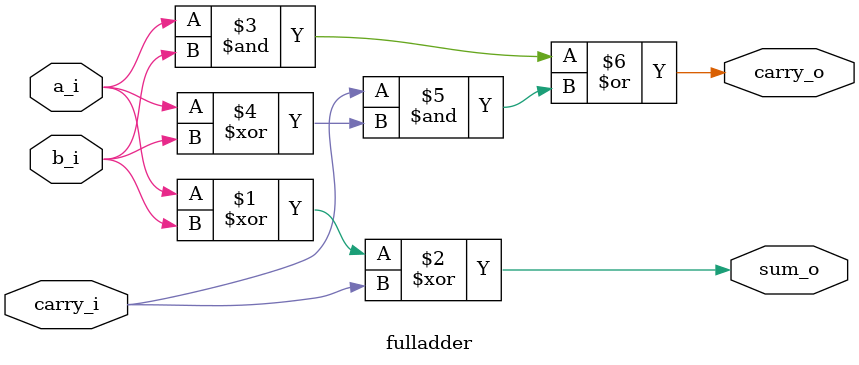
<source format=sv>
`timescale 1ns / 1ps

module fulladder (
  input  logic a_i,
  input  logic b_i,
  input  logic carry_i,
  output logic sum_o,
  output logic carry_o
);
  
  assign sum_o   = a_i ^ b_i ^ carry_i;
  assign carry_o = a_i & b_i | carry_i&(a_i^b_i);
  
endmodule

</source>
